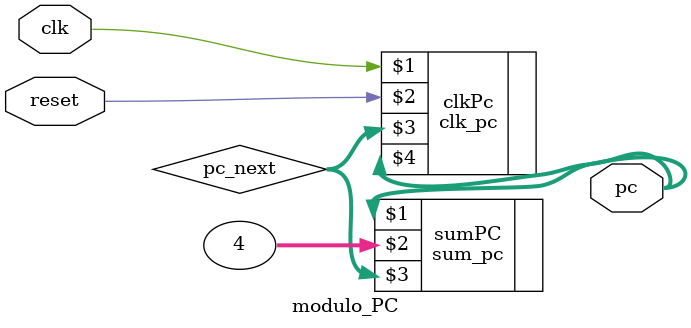
<source format=sv>
module modulo_PC(input logic clk, reset, output logic[31:0] pc);

	logic [31:0] pc_next;
	

	
	clk_pc #(32)  clkPc(clk, reset,pc_next,pc);
	sum_pc #(32) sumPC(pc,32'b100,pc_next);
	
	endmodule
	
</source>
